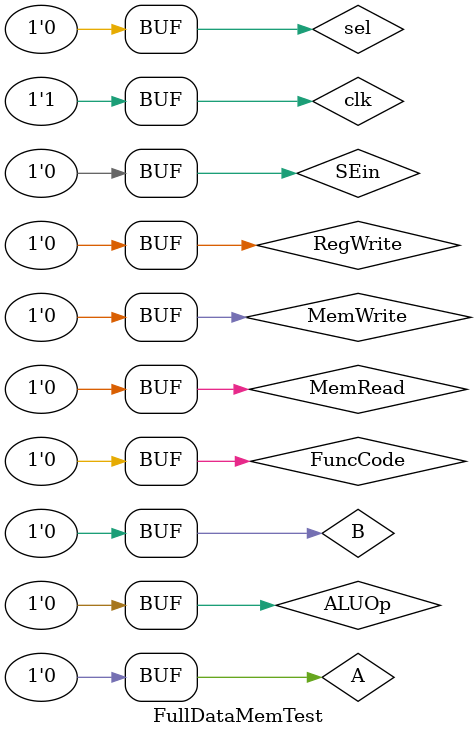
<source format=v>
`timescale 1ns / 1ps


module FullDataMemTest;

	// Inputs
	reg clk;
	reg MemWrite;
	reg MemRead;
	reg RegWrite;
	reg FuncCode;
	reg ALUOp;
	reg SEin;
	reg A;
	reg B;
	reg sel;

	// Instantiate the Unit Under Test (UUT)
	FullDMRFALU uut (
		.clk(clk), 
		.MemWrite(MemWrite), 
		.MemRead(MemRead), 
		.RegWrite(RegWrite), 
		.FuncCode(FuncCode), 
		.ALUOp(ALUOp), 
		.SEin(SEin), 
		.A(A), 
		.B(B), 
		.sel(sel)
	);
	always
	begin
		#50 clk = 0;
		#50 clk = 1;
	end
	initial begin
		// Initialize Inputs
		clk = 0;
		MemWrite = 0;
		MemRead = 0;
		RegWrite = 0;
		FuncCode = 0;
		ALUOp = 0;
		SEin = 0;
		A = 0;
		B = 0;
		sel = 0;
		

		// Wait 100 ns for global reset to finish
		#100;
        
		// Add stimulus here

	end
      
endmodule


</source>
